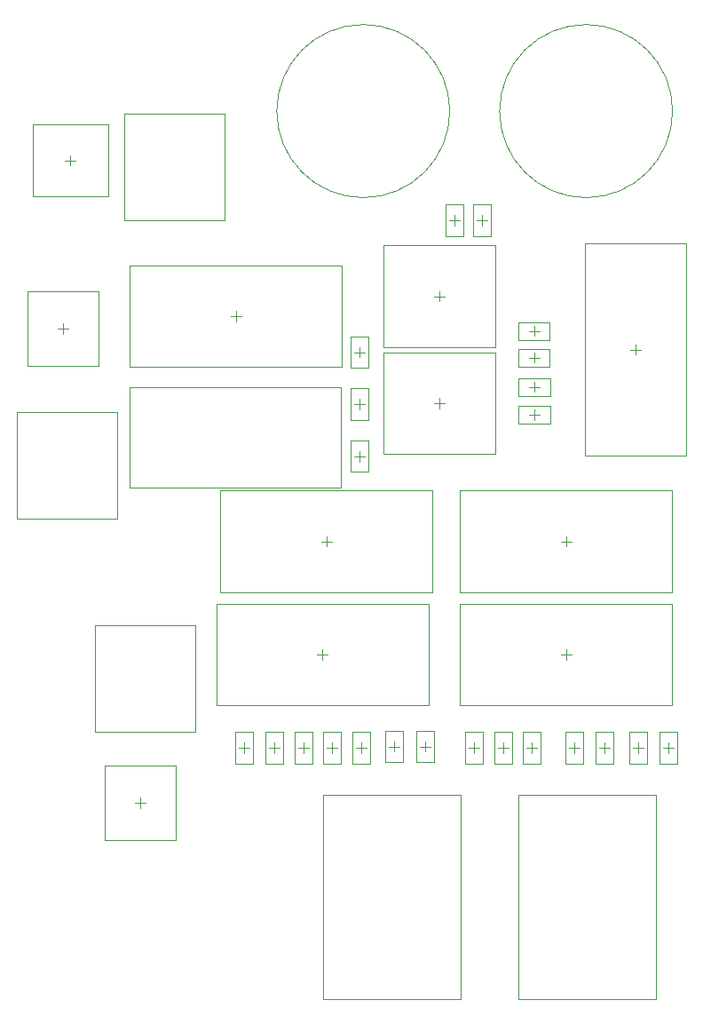
<source format=gbr>
%TF.GenerationSoftware,Altium Limited,Altium Designer,23.5.1 (21)*%
G04 Layer_Color=32768*
%FSLAX45Y45*%
%MOMM*%
%TF.SameCoordinates,7ECB1A03-3DEC-426C-BD6E-5A7E68E82EE6*%
%TF.FilePolarity,Positive*%
%TF.FileFunction,Other,Mechanical_15*%
%TF.Part,Single*%
G01*
G75*
%TA.AperFunction,NonConductor*%
%ADD59C,0.10000*%
%ADD60C,0.05000*%
D59*
X5511800Y3429800D02*
Y3529800D01*
X5461800Y3479800D02*
X5561800D01*
X3175800Y4559300D02*
X3275800D01*
X3225800Y4509300D02*
Y4609300D01*
X3187700Y3429800D02*
Y3529800D01*
X3137700Y3479800D02*
X3237700D01*
X2362200Y6655600D02*
Y6755600D01*
X2312200Y6705600D02*
X2412200D01*
X711200Y6537800D02*
Y6637800D01*
X661200Y6587800D02*
X761200D01*
X733900Y8191500D02*
X833900D01*
X783900Y8141500D02*
Y8241500D01*
X1447800Y2016600D02*
Y2116600D01*
X1397800Y2066600D02*
X1497800D01*
X6122200Y6388100D02*
X6222200D01*
X6172200Y6338100D02*
Y6438100D01*
X5511800Y4509300D02*
Y4609300D01*
X5461800Y4559300D02*
X5561800D01*
X4255300Y5877225D02*
X4355300D01*
X4305300Y5827226D02*
Y5927225D01*
X4255300Y6896100D02*
X4355300D01*
X4305300Y6846100D02*
Y6946100D01*
D60*
X4401700Y8661400D02*
G03*
X4401700Y8661400I-825000J0D01*
G01*
X6527300D02*
G03*
X6527300Y8661400I-825000J0D01*
G01*
X4501800Y3964800D02*
X6521800D01*
X4501800Y2994800D02*
X6521800D01*
Y3964800D01*
X4501800Y2994800D02*
Y3964800D01*
X4235800Y4074300D02*
Y5044300D01*
X2215800Y4074300D02*
Y5044300D01*
Y4074300D02*
X4235800D01*
X2215800Y5044300D02*
X4235800D01*
X1348200Y6031700D02*
X3367200D01*
X1348200Y5074700D02*
X3367200D01*
X1348200D02*
Y6031700D01*
X3367200Y5074700D02*
Y6031700D01*
X1231100Y4778700D02*
Y5787700D01*
X274100Y4778700D02*
Y5787700D01*
X1231100D01*
X274100Y4778700D02*
X1231100D01*
X3193100Y193400D02*
X4503100D01*
Y2143400D01*
X3193100D02*
X4503100D01*
X3193100Y193400D02*
Y2143400D01*
X5060000Y193400D02*
X6370000D01*
Y2143400D01*
X5060000D02*
X6370000D01*
X5060000Y193400D02*
Y2143400D01*
X1016800Y2746700D02*
Y3755700D01*
X1973800Y2746700D02*
Y3755700D01*
X1016800Y2746700D02*
X1973800D01*
X1016800Y3755700D02*
X1973800D01*
X2256500Y7623500D02*
Y8632500D01*
X1299500Y7623500D02*
Y8632500D01*
X2256500D01*
X1299500Y7623500D02*
X2256500D01*
X2177700Y3964800D02*
X4197700D01*
X2177700Y2994800D02*
X4197700D01*
Y3964800D01*
X2177700Y2994800D02*
Y3964800D01*
X5057000Y5850800D02*
X5357000D01*
X5057000Y5680800D02*
X5357000D01*
X5207000Y5715800D02*
Y5815800D01*
X5157000Y5765800D02*
X5257000D01*
X5357000Y5680800D02*
Y5850800D01*
X5057000Y5680800D02*
Y5850800D01*
X1352200Y7190600D02*
X3372200D01*
X1352200Y6220600D02*
X3372200D01*
Y7190600D01*
X1352200Y6220600D02*
Y7190600D01*
X4550500Y2740800D02*
X4720500D01*
X4550500Y2440800D02*
X4720500D01*
X4635500Y2540800D02*
Y2640800D01*
X4585500Y2590800D02*
X4685500D01*
X4550500Y2440800D02*
Y2740800D01*
X4720500Y2440800D02*
Y2740800D01*
X4829900D02*
X4999900D01*
X4829900Y2440800D02*
X4999900D01*
X4914900Y2540800D02*
Y2640800D01*
X4864900Y2590800D02*
X4964900D01*
X4829900Y2440800D02*
Y2740800D01*
X4999900Y2440800D02*
Y2740800D01*
X5096600D02*
X5266600D01*
X5096600Y2440800D02*
X5266600D01*
X5181600Y2540800D02*
Y2640800D01*
X5131600Y2590800D02*
X5231600D01*
X5096600Y2440800D02*
Y2740800D01*
X5266600Y2440800D02*
Y2740800D01*
X5795100D02*
X5965100D01*
X5795100Y2440800D02*
X5965100D01*
X5880100Y2540800D02*
Y2640800D01*
X5830100Y2590800D02*
X5930100D01*
X5795100Y2440800D02*
Y2740800D01*
X5965100Y2440800D02*
Y2740800D01*
X5503000D02*
X5673000D01*
X5503000Y2440800D02*
X5673000D01*
X5588000Y2540800D02*
Y2640800D01*
X5538000Y2590800D02*
X5638000D01*
X5503000Y2440800D02*
Y2740800D01*
X5673000Y2440800D02*
Y2740800D01*
X3458300Y5521000D02*
X3628300D01*
X3458300Y5221000D02*
X3628300D01*
X3543300Y5321000D02*
Y5421000D01*
X3493300Y5371000D02*
X3593300D01*
X3458300Y5221000D02*
Y5521000D01*
X3628300Y5221000D02*
Y5521000D01*
X3458300Y6017400D02*
X3628300D01*
X3458300Y5717400D02*
X3628300D01*
X3543300Y5817400D02*
Y5917400D01*
X3493300Y5867400D02*
X3593300D01*
X3458300Y5717400D02*
Y6017400D01*
X3628300Y5717400D02*
Y6017400D01*
X3458300Y6512700D02*
X3628300D01*
X3458300Y6212700D02*
X3628300D01*
X3543300Y6312700D02*
Y6412700D01*
X3493300Y6362700D02*
X3593300D01*
X3458300Y6212700D02*
Y6512700D01*
X3628300Y6212700D02*
Y6512700D01*
X1051200Y6228300D02*
Y6947300D01*
X371200Y6228300D02*
Y6947300D01*
Y6228300D02*
X1051200D01*
X371200Y6947300D02*
X1051200D01*
X424400Y7851500D02*
X1143400D01*
X424400Y8531500D02*
X1143400D01*
X424400Y7851500D02*
Y8531500D01*
X1143400Y7851500D02*
Y8531500D01*
X1787800Y1707100D02*
Y2426100D01*
X1107800Y1707100D02*
Y2426100D01*
Y1707100D02*
X1787800D01*
X1107800Y2426100D02*
X1787800D01*
X5687200Y5378100D02*
Y7398100D01*
X6657200Y5378100D02*
Y7398100D01*
X5687200D02*
X6657200D01*
X5687200Y5378100D02*
X6657200D01*
X4501800Y5044300D02*
X6521800D01*
X4501800Y4074300D02*
X6521800D01*
Y5044300D01*
X4501800Y4074300D02*
Y5044300D01*
X5056900Y6226900D02*
Y6396900D01*
X5356900Y6226900D02*
Y6396900D01*
X5156900Y6311900D02*
X5256900D01*
X5206900Y6261900D02*
Y6361900D01*
X5056900Y6226900D02*
X5356900D01*
X5056900Y6396900D02*
X5356900D01*
X5056900Y6480900D02*
Y6650900D01*
X5356900Y6480900D02*
Y6650900D01*
X5156900Y6565900D02*
X5256900D01*
X5206900Y6515900D02*
Y6615900D01*
X5056900Y6480900D02*
X5356900D01*
X5056900Y6650900D02*
X5356900D01*
X4840300Y5392225D02*
Y6362226D01*
X3770300Y5392225D02*
Y6362226D01*
X4840300D01*
X3770300Y5392225D02*
X4840300D01*
X4626700Y7770000D02*
X4796700D01*
X4626700Y7470000D02*
X4796700D01*
X4711700Y7570000D02*
Y7670000D01*
X4661700Y7620000D02*
X4761700D01*
X4626700Y7470000D02*
Y7770000D01*
X4796700Y7470000D02*
Y7770000D01*
X4360000D02*
X4530000D01*
X4360000Y7470000D02*
X4530000D01*
X4445000Y7570000D02*
Y7670000D01*
X4395000Y7620000D02*
X4495000D01*
X4360000Y7470000D02*
Y7770000D01*
X4530000Y7470000D02*
Y7770000D01*
X3770300Y6411100D02*
Y7381100D01*
X4840300Y6411100D02*
Y7381100D01*
X3770300Y6411100D02*
X4840300D01*
X3770300Y7381100D02*
X4840300D01*
X5357000Y5947500D02*
Y6117500D01*
X5057000Y5947500D02*
Y6117500D01*
X5157000Y6032500D02*
X5257000D01*
X5207000Y5982500D02*
Y6082500D01*
X5057000Y6117500D02*
X5357000D01*
X5057000Y5947500D02*
X5357000D01*
X6404700Y2740800D02*
X6574700D01*
X6404700Y2440800D02*
X6574700D01*
X6489700Y2540800D02*
Y2640800D01*
X6439700Y2590800D02*
X6539700D01*
X6404700Y2440800D02*
Y2740800D01*
X6574700Y2440800D02*
Y2740800D01*
X6112600D02*
X6282600D01*
X6112600Y2440800D02*
X6282600D01*
X6197600Y2540800D02*
Y2640800D01*
X6147600Y2590800D02*
X6247600D01*
X6112600Y2440800D02*
Y2740800D01*
X6282600Y2440800D02*
Y2740800D01*
X3191600Y2740900D02*
X3361600D01*
X3191600Y2440900D02*
X3361600D01*
X3276600Y2540900D02*
Y2640900D01*
X3226600Y2590900D02*
X3326600D01*
X3191600Y2440900D02*
Y2740900D01*
X3361600Y2440900D02*
Y2740900D01*
X2353400D02*
X2523400D01*
X2353400Y2440900D02*
X2523400D01*
X2438400Y2540900D02*
Y2640900D01*
X2388400Y2590900D02*
X2488400D01*
X2353400Y2440900D02*
Y2740900D01*
X2523400Y2440900D02*
Y2740900D01*
X2645500D02*
X2815500D01*
X2645500Y2440900D02*
X2815500D01*
X2730500Y2540900D02*
Y2640900D01*
X2680500Y2590900D02*
X2780500D01*
X2645500Y2440900D02*
Y2740900D01*
X2815500Y2440900D02*
Y2740900D01*
X2924900D02*
X3094900D01*
X2924900Y2440900D02*
X3094900D01*
X3009900Y2540900D02*
Y2640900D01*
X2959900Y2590900D02*
X3059900D01*
X2924900Y2440900D02*
Y2740900D01*
X3094900Y2440900D02*
Y2740900D01*
X3788500Y2753500D02*
X3958500D01*
X3788500Y2453500D02*
X3958500D01*
X3873500Y2553500D02*
Y2653500D01*
X3823500Y2603500D02*
X3923500D01*
X3788500Y2453500D02*
Y2753500D01*
X3958500Y2453500D02*
Y2753500D01*
X4080600D02*
X4250600D01*
X4080600Y2453500D02*
X4250600D01*
X4165600Y2553500D02*
Y2653500D01*
X4115600Y2603500D02*
X4215600D01*
X4080600Y2453500D02*
Y2753500D01*
X4250600Y2453500D02*
Y2753500D01*
X3471000Y2740800D02*
X3641000D01*
X3471000Y2440800D02*
X3641000D01*
X3556000Y2540800D02*
Y2640800D01*
X3506000Y2590800D02*
X3606000D01*
X3471000Y2440800D02*
Y2740800D01*
X3641000Y2440800D02*
Y2740800D01*
%TF.MD5,01589ef606ee29d112119d948af1b155*%
M02*

</source>
